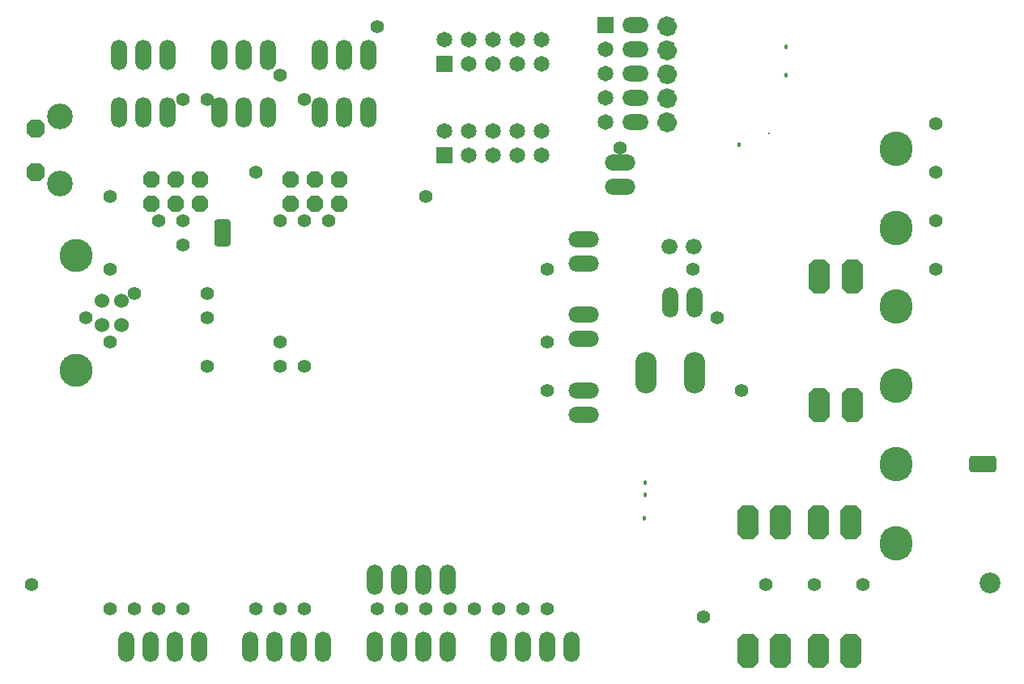
<source format=gbs>
G04 Layer_Color=16711935*
%FSLAX24Y24*%
%MOIN*%
G70*
G01*
G75*
%ADD29C,0.0600*%
G04:AMPARAMS|DCode=181|XSize=56mil|YSize=56mil|CornerRadius=28mil|HoleSize=0mil|Usage=FLASHONLY|Rotation=90.000|XOffset=0mil|YOffset=0mil|HoleType=Round|Shape=RoundedRectangle|*
%AMROUNDEDRECTD181*
21,1,0.0560,0.0000,0,0,90.0*
21,1,0.0000,0.0560,0,0,90.0*
1,1,0.0560,0.0000,0.0000*
1,1,0.0560,0.0000,0.0000*
1,1,0.0560,0.0000,0.0000*
1,1,0.0560,0.0000,0.0000*
%
%ADD181ROUNDEDRECTD181*%
%ADD217R,0.0651X0.0651*%
%ADD218C,0.0651*%
G04:AMPARAMS|DCode=219|XSize=139mil|YSize=89mil|CornerRadius=0mil|HoleSize=0mil|Usage=FLASHONLY|Rotation=90.000|XOffset=0mil|YOffset=0mil|HoleType=Round|Shape=Octagon|*
%AMOCTAGOND219*
4,1,8,0.0223,0.0695,-0.0223,0.0695,-0.0445,0.0473,-0.0445,-0.0473,-0.0223,-0.0695,0.0223,-0.0695,0.0445,-0.0473,0.0445,0.0473,0.0223,0.0695,0.0*
%
%ADD219OCTAGOND219*%

%ADD220O,0.0885X0.1710*%
%ADD221O,0.0660X0.1260*%
%ADD222P,0.0823X8X292.5*%
%ADD223C,0.1060*%
%ADD224C,0.1365*%
%ADD225P,0.0736X8X22.5*%
%ADD226O,0.1260X0.0660*%
%ADD227C,0.0660*%
%ADD228O,0.1084X0.0651*%
%ADD229R,0.0651X0.0651*%
%ADD230O,0.1360X0.1420*%
%ADD231C,0.0860*%
%ADD232C,0.0180*%
%ADD233C,0.0080*%
%ADD234C,0.0420*%
%ADD235R,0.0354X0.0704*%
%ADD236R,0.0704X0.0354*%
G04:AMPARAMS|DCode=237|XSize=56mil|YSize=56mil|CornerRadius=28mil|HoleSize=0mil|Usage=FLASHONLY|Rotation=180.000|XOffset=0mil|YOffset=0mil|HoleType=Round|Shape=RoundedRectangle|*
%AMROUNDEDRECTD237*
21,1,0.0560,0.0000,0,0,180.0*
21,1,0.0000,0.0560,0,0,180.0*
1,1,0.0560,0.0000,0.0000*
1,1,0.0560,0.0000,0.0000*
1,1,0.0560,0.0000,0.0000*
1,1,0.0560,0.0000,0.0000*
%
%ADD237ROUNDEDRECTD237*%
G04:AMPARAMS|DCode=238|XSize=52mil|YSize=69mil|CornerRadius=14.5mil|HoleSize=0mil|Usage=FLASHONLY|Rotation=180.000|XOffset=0mil|YOffset=0mil|HoleType=Round|Shape=RoundedRectangle|*
%AMROUNDEDRECTD238*
21,1,0.0520,0.0400,0,0,180.0*
21,1,0.0230,0.0690,0,0,180.0*
1,1,0.0290,-0.0115,0.0200*
1,1,0.0290,0.0115,0.0200*
1,1,0.0290,0.0115,-0.0200*
1,1,0.0290,-0.0115,-0.0200*
%
%ADD238ROUNDEDRECTD238*%
G04:AMPARAMS|DCode=239|XSize=52mil|YSize=69mil|CornerRadius=14.5mil|HoleSize=0mil|Usage=FLASHONLY|Rotation=270.000|XOffset=0mil|YOffset=0mil|HoleType=Round|Shape=RoundedRectangle|*
%AMROUNDEDRECTD239*
21,1,0.0520,0.0400,0,0,270.0*
21,1,0.0230,0.0690,0,0,270.0*
1,1,0.0290,-0.0200,-0.0115*
1,1,0.0290,-0.0200,0.0115*
1,1,0.0290,0.0200,0.0115*
1,1,0.0290,0.0200,-0.0115*
%
%ADD239ROUNDEDRECTD239*%
D29*
X13668Y24697D02*
D03*
Y25689D02*
D03*
X14458D02*
D03*
Y24697D02*
D03*
D181*
X32000Y13000D02*
D03*
X31000D02*
D03*
X30000D02*
D03*
X29000D02*
D03*
X28000D02*
D03*
X27000D02*
D03*
X26000D02*
D03*
X25000D02*
D03*
X22000D02*
D03*
X21000D02*
D03*
X20000D02*
D03*
X14000D02*
D03*
X15000D02*
D03*
X16000D02*
D03*
X17000D02*
D03*
X35000Y32000D02*
D03*
X32000Y22000D02*
D03*
X10740Y14000D02*
D03*
D217*
X27740Y31690D02*
D03*
Y35440D02*
D03*
D218*
Y32690D02*
D03*
X28740Y31690D02*
D03*
Y32690D02*
D03*
X29740Y31690D02*
D03*
Y32690D02*
D03*
X30740Y31690D02*
D03*
Y32690D02*
D03*
X31740Y31690D02*
D03*
Y32690D02*
D03*
X27740Y36440D02*
D03*
X28740Y35440D02*
D03*
Y36440D02*
D03*
X29740Y35440D02*
D03*
Y36440D02*
D03*
X30740Y35440D02*
D03*
Y36440D02*
D03*
X31740Y35440D02*
D03*
Y36440D02*
D03*
X34397Y33057D02*
D03*
Y34057D02*
D03*
Y35057D02*
D03*
Y36057D02*
D03*
D219*
X43200Y21380D02*
D03*
X44540D02*
D03*
Y26680D02*
D03*
X43200D02*
D03*
X41590Y11254D02*
D03*
X40250D02*
D03*
Y16554D02*
D03*
X41590D02*
D03*
X44490Y16550D02*
D03*
X43150D02*
D03*
Y11250D02*
D03*
X44490D02*
D03*
D220*
X36057Y22717D02*
D03*
X38057D02*
D03*
D221*
X33000Y11421D02*
D03*
X32000D02*
D03*
X31000D02*
D03*
X30000D02*
D03*
X27878Y14173D02*
D03*
X26878D02*
D03*
X25878D02*
D03*
X24878D02*
D03*
X27878Y11417D02*
D03*
X26878D02*
D03*
X25878D02*
D03*
X24878D02*
D03*
X24622Y35827D02*
D03*
X23622D02*
D03*
X22622D02*
D03*
X18488D02*
D03*
X19488D02*
D03*
X20488D02*
D03*
X16354D02*
D03*
X15354D02*
D03*
X14354D02*
D03*
X37059Y25630D02*
D03*
X38059D02*
D03*
X22760Y11417D02*
D03*
X21760D02*
D03*
X20760D02*
D03*
X19760D02*
D03*
X20488Y33465D02*
D03*
X19488D02*
D03*
X18488D02*
D03*
X22622D02*
D03*
X23622D02*
D03*
X24622D02*
D03*
X16354D02*
D03*
X15354D02*
D03*
X14354D02*
D03*
X17642Y11417D02*
D03*
X16642D02*
D03*
X15642D02*
D03*
X14642D02*
D03*
D222*
X10927Y32780D02*
D03*
Y31000D02*
D03*
D223*
X11907Y33270D02*
D03*
Y30510D02*
D03*
D224*
X12598Y22827D02*
D03*
Y27559D02*
D03*
D225*
X21421Y29676D02*
D03*
Y30676D02*
D03*
X22421Y29676D02*
D03*
Y30676D02*
D03*
X23421Y29676D02*
D03*
Y30676D02*
D03*
X15695Y29676D02*
D03*
Y30676D02*
D03*
X16695Y29676D02*
D03*
Y30676D02*
D03*
X17695Y29676D02*
D03*
Y30676D02*
D03*
D226*
X33504Y27217D02*
D03*
Y28217D02*
D03*
Y24106D02*
D03*
Y25106D02*
D03*
X34990Y31370D02*
D03*
Y30370D02*
D03*
X33504Y20996D02*
D03*
Y21996D02*
D03*
D227*
X37008Y27913D02*
D03*
X38008D02*
D03*
D228*
X35613Y33057D02*
D03*
Y34057D02*
D03*
Y35057D02*
D03*
Y36057D02*
D03*
Y37057D02*
D03*
D229*
X34397D02*
D03*
D230*
X46370Y31945D02*
D03*
Y28695D02*
D03*
Y25445D02*
D03*
Y22195D02*
D03*
Y18945D02*
D03*
Y15695D02*
D03*
D231*
X50207Y14055D02*
D03*
D232*
X36020Y18200D02*
D03*
Y17700D02*
D03*
X41830Y36140D02*
D03*
X41826Y34996D02*
D03*
X39890Y32123D02*
D03*
X36000Y16730D02*
D03*
D233*
X41130Y32600D02*
D03*
D234*
X37126Y33041D02*
G03*
X37126Y33041I-200J0D01*
G01*
Y34031D02*
G03*
X37126Y34031I-200J0D01*
G01*
Y35020D02*
G03*
X37126Y35020I-200J0D01*
G01*
Y36009D02*
G03*
X37126Y36009I-200J0D01*
G01*
Y36998D02*
G03*
X37126Y36998I-200J0D01*
G01*
D235*
X49920Y18948D02*
D03*
D236*
X18624Y28504D02*
D03*
D237*
X21000Y23000D02*
D03*
X22000D02*
D03*
X21000Y24000D02*
D03*
X14000Y27000D02*
D03*
X15000Y26000D02*
D03*
X18000D02*
D03*
Y25000D02*
D03*
Y23000D02*
D03*
X39000Y25000D02*
D03*
X38000Y27000D02*
D03*
X48000Y29000D02*
D03*
Y33000D02*
D03*
Y27000D02*
D03*
Y31000D02*
D03*
X32000Y24000D02*
D03*
Y27000D02*
D03*
X40000Y22000D02*
D03*
X21000Y29000D02*
D03*
X22000D02*
D03*
X27000Y30000D02*
D03*
X23000Y29000D02*
D03*
X17000Y34000D02*
D03*
X18000D02*
D03*
X21000Y35000D02*
D03*
X22000Y34000D02*
D03*
X17000Y28000D02*
D03*
X16000Y29000D02*
D03*
X14000Y30000D02*
D03*
X17000Y29000D02*
D03*
X14000Y24000D02*
D03*
X13000Y25000D02*
D03*
X25000Y37000D02*
D03*
X20000Y31000D02*
D03*
X41000Y14000D02*
D03*
X43000D02*
D03*
X45000D02*
D03*
X38410Y12640D02*
D03*
D238*
X50210Y18940D02*
D03*
X49610D02*
D03*
D239*
X18632Y28794D02*
D03*
Y28194D02*
D03*
M02*

</source>
